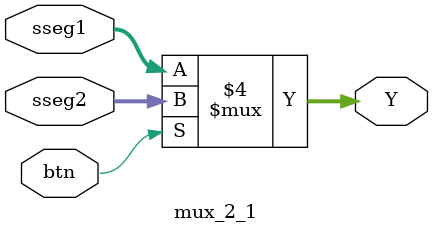
<source format=v>
`timescale 1ns / 1ps


module mux_2_1(
    input [3:0] sseg1,
    input [3:0] sseg2,
    input btn,
    output reg [3:0] Y
    );
    
    always @(*) begin
        if(btn == 0) 
            Y = sseg1;
        else
            Y = sseg2;
    end
    
endmodule

</source>
